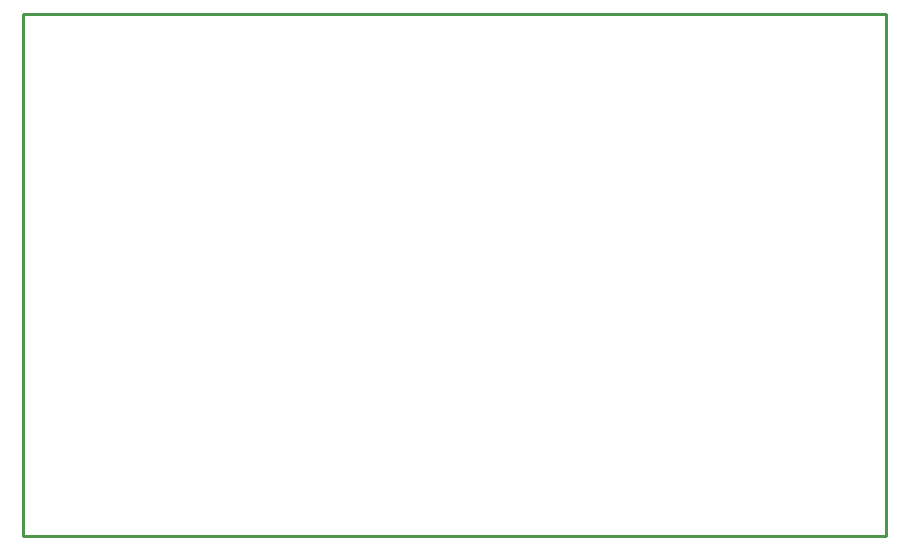
<source format=gko>
G04 Layer: BoardOutline*
G04 EasyEDA v6.4.19.5, 2021-06-04T13:03:27+02:00*
G04 efa6938f2177404b8bb2681d1be77202,563db0ff5b334ec4995e7372edb549dc,10*
G04 Gerber Generator version 0.2*
G04 Scale: 100 percent, Rotated: No, Reflected: No *
G04 Dimensions in millimeters *
G04 leading zeros omitted , absolute positions ,4 integer and 5 decimal *
%FSLAX45Y45*%
%MOMM*%

%ADD10C,0.2540*%
D10*
X-50800Y50800D02*
G01*
X7251700Y50800D01*
X7251700Y-4368800D01*
X-50800Y-4368800D01*
X-50800Y50800D01*

%LPD*%
M02*

</source>
